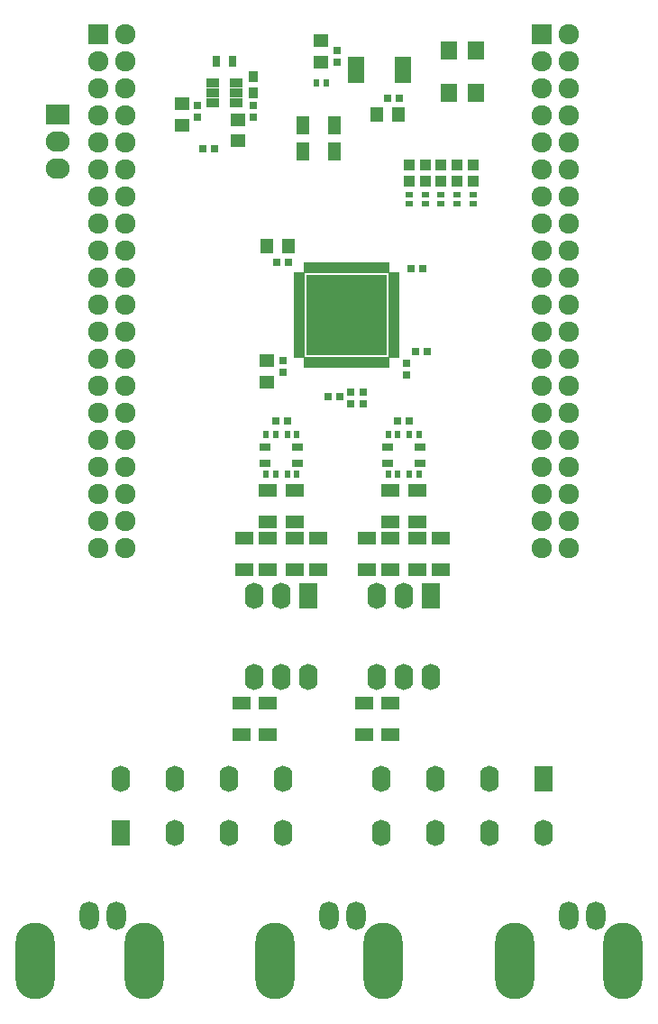
<source format=gbr>
G04 #@! TF.FileFunction,Soldermask,Top*
%FSLAX46Y46*%
G04 Gerber Fmt 4.6, Leading zero omitted, Abs format (unit mm)*
G04 Created by KiCad (PCBNEW (2015-07-28 BZR 6012)-product) date Fr 07 Aug 2015 18:57:51 CEST*
%MOMM*%
G01*
G04 APERTURE LIST*
%ADD10C,0.100000*%
%ADD11R,1.927200X1.927200*%
%ADD12O,1.927200X1.927200*%
%ADD13R,0.800000X0.700000*%
%ADD14R,1.200000X1.450000*%
%ADD15R,1.450000X1.200000*%
%ADD16R,0.700000X0.800000*%
%ADD17R,0.950000X1.000000*%
%ADD18R,0.997560X0.997560*%
%ADD19O,3.700120X7.200240*%
%ADD20O,1.800200X2.699360*%
%ADD21R,0.600000X0.800000*%
%ADD22R,1.100000X0.700000*%
%ADD23R,1.500000X1.800000*%
%ADD24R,1.800000X1.200000*%
%ADD25R,2.232000X1.927200*%
%ADD26O,2.232000X1.927200*%
%ADD27R,0.700000X1.100000*%
%ADD28R,0.800000X0.600000*%
%ADD29R,1.774800X2.486000*%
%ADD30O,1.774800X2.486000*%
%ADD31R,1.050000X0.500000*%
%ADD32R,0.500000X1.050000*%
%ADD33R,2.037500X2.037500*%
%ADD34R,1.200000X1.800000*%
%ADD35R,1.600000X0.500000*%
%ADD36R,1.260000X0.850000*%
G04 APERTURE END LIST*
D10*
D11*
X102000000Y-67000000D03*
D12*
X104540000Y-67000000D03*
X102000000Y-69540000D03*
X104540000Y-69540000D03*
X102000000Y-72080000D03*
X104540000Y-72080000D03*
X102000000Y-74620000D03*
X104540000Y-74620000D03*
X102000000Y-77160000D03*
X104540000Y-77160000D03*
X102000000Y-79700000D03*
X104540000Y-79700000D03*
X102000000Y-82240000D03*
X104540000Y-82240000D03*
X102000000Y-84780000D03*
X104540000Y-84780000D03*
X102000000Y-87320000D03*
X104540000Y-87320000D03*
X102000000Y-89860000D03*
X104540000Y-89860000D03*
X102000000Y-92400000D03*
X104540000Y-92400000D03*
X102000000Y-94940000D03*
X104540000Y-94940000D03*
X102000000Y-97480000D03*
X104540000Y-97480000D03*
X102000000Y-100020000D03*
X104540000Y-100020000D03*
X102000000Y-102560000D03*
X104540000Y-102560000D03*
X102000000Y-105100000D03*
X104540000Y-105100000D03*
X102000000Y-107640000D03*
X104540000Y-107640000D03*
X102000000Y-110180000D03*
X104540000Y-110180000D03*
X102000000Y-112720000D03*
X104540000Y-112720000D03*
X102000000Y-115260000D03*
X104540000Y-115260000D03*
D13*
X70100000Y-77750000D03*
X71200000Y-77750000D03*
D14*
X88500000Y-74500000D03*
X86500000Y-74500000D03*
D13*
X88550000Y-73000000D03*
X87450000Y-73000000D03*
D15*
X81250000Y-69600000D03*
X81250000Y-67600000D03*
D16*
X82750000Y-69650000D03*
X82750000Y-68550000D03*
D14*
X78150000Y-86850000D03*
X76150000Y-86850000D03*
D13*
X78150000Y-88400000D03*
X77050000Y-88400000D03*
D16*
X84050000Y-101700000D03*
X84050000Y-100600000D03*
X85210000Y-100590000D03*
X85210000Y-101690000D03*
D15*
X76100000Y-97650000D03*
X76100000Y-99650000D03*
D16*
X77650000Y-97650000D03*
X77650000Y-98750000D03*
D13*
X82960000Y-101010000D03*
X81860000Y-101010000D03*
D16*
X89230000Y-97870000D03*
X89230000Y-98970000D03*
D13*
X90150000Y-96800000D03*
X91250000Y-96800000D03*
D15*
X68150000Y-73500000D03*
X68150000Y-75500000D03*
D16*
X69650000Y-73700000D03*
X69650000Y-74800000D03*
D17*
X74900000Y-72500000D03*
X74900000Y-71000000D03*
D15*
X73400000Y-75000000D03*
X73400000Y-77000000D03*
D16*
X74900000Y-73700000D03*
X74900000Y-74800000D03*
D13*
X88450000Y-103300000D03*
X89550000Y-103300000D03*
X76950000Y-103300000D03*
X78050000Y-103300000D03*
D18*
X89500000Y-80749300D03*
X89500000Y-79250700D03*
X91000000Y-80749300D03*
X91000000Y-79250700D03*
X92500000Y-80749300D03*
X92500000Y-79250700D03*
X94000000Y-80749300D03*
X94000000Y-79250700D03*
X95500000Y-80749300D03*
X95500000Y-79250700D03*
D11*
X60300000Y-67000000D03*
D12*
X62840000Y-67000000D03*
X60300000Y-69540000D03*
X62840000Y-69540000D03*
X60300000Y-72080000D03*
X62840000Y-72080000D03*
X60300000Y-74620000D03*
X62840000Y-74620000D03*
X60300000Y-77160000D03*
X62840000Y-77160000D03*
X60300000Y-79700000D03*
X62840000Y-79700000D03*
X60300000Y-82240000D03*
X62840000Y-82240000D03*
X60300000Y-84780000D03*
X62840000Y-84780000D03*
X60300000Y-87320000D03*
X62840000Y-87320000D03*
X60300000Y-89860000D03*
X62840000Y-89860000D03*
X60300000Y-92400000D03*
X62840000Y-92400000D03*
X60300000Y-94940000D03*
X62840000Y-94940000D03*
X60300000Y-97480000D03*
X62840000Y-97480000D03*
X60300000Y-100020000D03*
X62840000Y-100020000D03*
X60300000Y-102560000D03*
X62840000Y-102560000D03*
X60300000Y-105100000D03*
X62840000Y-105100000D03*
X60300000Y-107640000D03*
X62840000Y-107640000D03*
X60300000Y-110180000D03*
X62840000Y-110180000D03*
X60300000Y-112720000D03*
X62840000Y-112720000D03*
X60300000Y-115260000D03*
X62840000Y-115260000D03*
D19*
X109597780Y-154063400D03*
X99399680Y-154063400D03*
D20*
X104500000Y-149798740D03*
X106999360Y-149798740D03*
D19*
X87097780Y-154063400D03*
X76899680Y-154063400D03*
D20*
X82000000Y-149798740D03*
X84499360Y-149798740D03*
D19*
X64597780Y-154063400D03*
X54399680Y-154063400D03*
D20*
X59500000Y-149798740D03*
X61999360Y-149798740D03*
D21*
X80800000Y-71600000D03*
X81700000Y-71600000D03*
X87550000Y-108300000D03*
X88450000Y-108300000D03*
X89550000Y-108300000D03*
X90450000Y-108300000D03*
X76050000Y-108300000D03*
X76950000Y-108300000D03*
X78050000Y-108300000D03*
X78950000Y-108300000D03*
D22*
X87500000Y-105800000D03*
X87500000Y-107300000D03*
X90500000Y-107300000D03*
X90500000Y-105800000D03*
X76000000Y-105800000D03*
X76000000Y-107300000D03*
X79000000Y-107300000D03*
X79000000Y-105800000D03*
D21*
X87550000Y-104550000D03*
X88450000Y-104550000D03*
X89550000Y-104550000D03*
X90450000Y-104550000D03*
X76050000Y-104550000D03*
X76950000Y-104550000D03*
X78050000Y-104550000D03*
X78950000Y-104550000D03*
D23*
X93250000Y-72500000D03*
X93250000Y-68500000D03*
X95750000Y-72500000D03*
X95750000Y-68500000D03*
D24*
X85250000Y-132800000D03*
X85250000Y-129800000D03*
X87750000Y-132800000D03*
X87750000Y-129800000D03*
X73750000Y-132800000D03*
X73750000Y-129800000D03*
X76250000Y-132800000D03*
X76250000Y-129800000D03*
X85500000Y-117300000D03*
X85500000Y-114300000D03*
X87750000Y-117300000D03*
X87750000Y-114300000D03*
X90250000Y-117300000D03*
X90250000Y-114300000D03*
X92500000Y-117300000D03*
X92500000Y-114300000D03*
X74000000Y-117300000D03*
X74000000Y-114300000D03*
D25*
X56500000Y-74500000D03*
D26*
X56500000Y-77040000D03*
X56500000Y-79580000D03*
D27*
X72900000Y-69500000D03*
X71400000Y-69500000D03*
D28*
X89500000Y-82950000D03*
X89500000Y-82050000D03*
X91000000Y-82950000D03*
X91000000Y-82050000D03*
X92500000Y-82950000D03*
X92500000Y-82050000D03*
X94000000Y-82950000D03*
X94000000Y-82050000D03*
X95500000Y-82950000D03*
X95500000Y-82050000D03*
D29*
X91540000Y-119740000D03*
D30*
X89000000Y-119740000D03*
X86460000Y-119740000D03*
X86460000Y-127360000D03*
X89000000Y-127360000D03*
X91540000Y-127360000D03*
D29*
X80040000Y-119740000D03*
D30*
X77500000Y-119740000D03*
X74960000Y-119740000D03*
X74960000Y-127360000D03*
X77500000Y-127360000D03*
X80040000Y-127360000D03*
D31*
X79200000Y-89600000D03*
X79200000Y-90100000D03*
X79200000Y-90600000D03*
X79200000Y-91100000D03*
X79200000Y-91600000D03*
X79200000Y-92100000D03*
X79200000Y-92600000D03*
X79200000Y-93100000D03*
X79200000Y-93600000D03*
X79200000Y-94100000D03*
X79200000Y-94600000D03*
X79200000Y-95100000D03*
X79200000Y-95600000D03*
X79200000Y-96100000D03*
X79200000Y-96600000D03*
X79200000Y-97100000D03*
D32*
X79900000Y-97800000D03*
X80400000Y-97800000D03*
X80900000Y-97800000D03*
X81400000Y-97800000D03*
X81900000Y-97800000D03*
X82400000Y-97800000D03*
X82900000Y-97800000D03*
X83400000Y-97800000D03*
X83900000Y-97800000D03*
X84400000Y-97800000D03*
X84900000Y-97800000D03*
X85400000Y-97800000D03*
X85900000Y-97800000D03*
X86400000Y-97800000D03*
X86900000Y-97800000D03*
X87400000Y-97800000D03*
D31*
X88100000Y-97100000D03*
X88100000Y-96600000D03*
X88100000Y-96100000D03*
X88100000Y-95600000D03*
X88100000Y-95100000D03*
X88100000Y-94600000D03*
X88100000Y-94100000D03*
X88100000Y-93600000D03*
X88100000Y-93100000D03*
X88100000Y-92600000D03*
X88100000Y-92100000D03*
X88100000Y-91600000D03*
X88100000Y-91100000D03*
X88100000Y-90600000D03*
X88100000Y-90100000D03*
X88100000Y-89600000D03*
D32*
X87400000Y-88900000D03*
X86900000Y-88900000D03*
X86400000Y-88900000D03*
X85900000Y-88900000D03*
X85400000Y-88900000D03*
X84900000Y-88900000D03*
X84400000Y-88900000D03*
X83900000Y-88900000D03*
X83400000Y-88900000D03*
X82900000Y-88900000D03*
X82400000Y-88900000D03*
X81900000Y-88900000D03*
X81400000Y-88900000D03*
X80900000Y-88900000D03*
X80400000Y-88900000D03*
X79900000Y-88900000D03*
D33*
X86406250Y-96106250D03*
X86406250Y-94268750D03*
X86406250Y-92431250D03*
X86406250Y-90593750D03*
X84568750Y-96106250D03*
X84568750Y-94268750D03*
X84568750Y-92431250D03*
X84568750Y-90593750D03*
X82731250Y-96106250D03*
X82731250Y-94268750D03*
X82731250Y-92431250D03*
X82731250Y-90593750D03*
X80893750Y-96106250D03*
X80893750Y-94268750D03*
X80893750Y-92431250D03*
X80893750Y-90593750D03*
D24*
X76250000Y-117300000D03*
X76250000Y-114300000D03*
X78750000Y-117300000D03*
X78750000Y-114300000D03*
X81000000Y-117300000D03*
X81000000Y-114300000D03*
X87750000Y-109800000D03*
X87750000Y-112800000D03*
X90250000Y-109800000D03*
X90250000Y-112800000D03*
X76250000Y-109800000D03*
X76250000Y-112800000D03*
X78750000Y-109800000D03*
X78750000Y-112800000D03*
D34*
X82500000Y-78000000D03*
X79500000Y-78000000D03*
X82500000Y-75500000D03*
X79500000Y-75500000D03*
D35*
X88950000Y-71350000D03*
X88950000Y-70850000D03*
X88950000Y-70350000D03*
X88950000Y-69850000D03*
X88950000Y-69350000D03*
X84550000Y-69350000D03*
X84550000Y-69850000D03*
X84550000Y-70350000D03*
X84550000Y-70850000D03*
X84550000Y-71350000D03*
D36*
X73250000Y-73450000D03*
X73250000Y-72500000D03*
X73250000Y-71550000D03*
X71050000Y-71550000D03*
X71050000Y-73450000D03*
X71050000Y-72500000D03*
D29*
X102120000Y-136960000D03*
D30*
X102120000Y-142040000D03*
X97040000Y-136960000D03*
X97040000Y-142040000D03*
X91960000Y-136960000D03*
X91960000Y-142040000D03*
X86880000Y-136960000D03*
X86880000Y-142040000D03*
D29*
X62380000Y-142040000D03*
D30*
X62380000Y-136960000D03*
X67460000Y-142040000D03*
X67460000Y-136960000D03*
X72540000Y-142040000D03*
X72540000Y-136960000D03*
X77620000Y-142040000D03*
X77620000Y-136960000D03*
D13*
X89650000Y-89000000D03*
X90750000Y-89000000D03*
M02*

</source>
